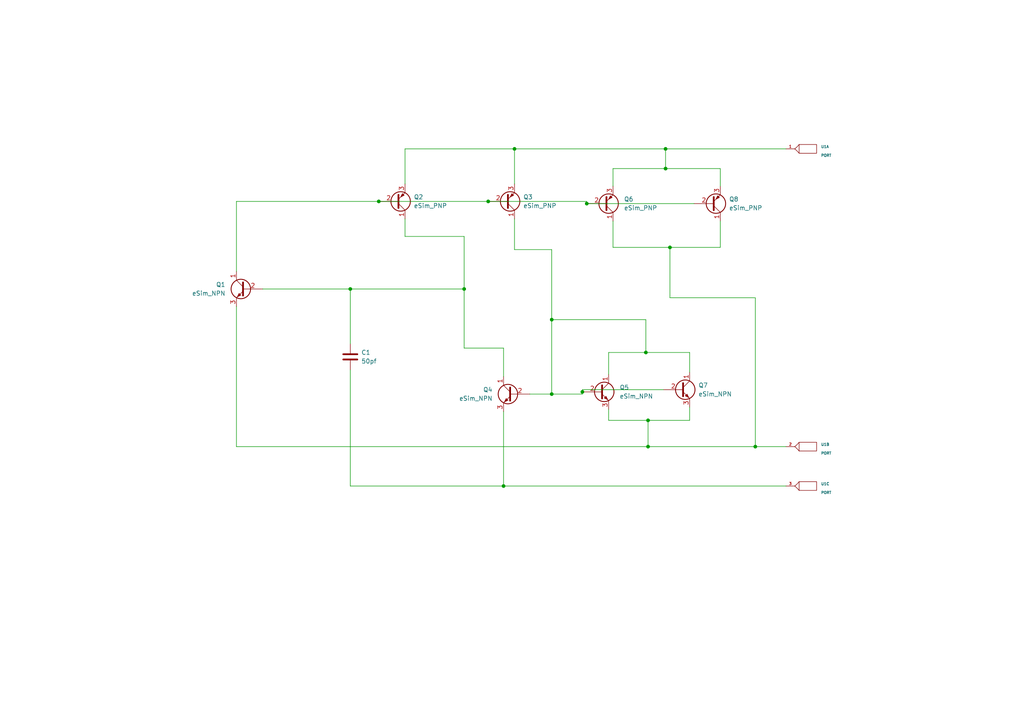
<source format=kicad_sch>
(kicad_sch (version 20211123) (generator eeschema)

  (uuid 8ca6ea3f-b769-4671-9b7e-89153c9a91ce)

  (paper "A4")

  (lib_symbols
    (symbol "eSim_Devices:capacitor" (pin_numbers hide) (pin_names (offset 0.254)) (in_bom yes) (on_board yes)
      (property "Reference" "C" (id 0) (at 0.635 2.54 0)
        (effects (font (size 1.27 1.27)) (justify left))
      )
      (property "Value" "capacitor" (id 1) (at 0.635 -2.54 0)
        (effects (font (size 1.27 1.27)) (justify left))
      )
      (property "Footprint" "" (id 2) (at 0.9652 -3.81 0)
        (effects (font (size 0.762 0.762)))
      )
      (property "Datasheet" "" (id 3) (at 0 0 0)
        (effects (font (size 1.524 1.524)))
      )
      (property "ki_fp_filters" "C_*" (id 4) (at 0 0 0)
        (effects (font (size 1.27 1.27)) hide)
      )
      (symbol "capacitor_0_1"
        (polyline
          (pts
            (xy -2.032 -0.762)
            (xy 2.032 -0.762)
          )
          (stroke (width 0.508) (type default) (color 0 0 0 0))
          (fill (type none))
        )
        (polyline
          (pts
            (xy -2.032 0.762)
            (xy 2.032 0.762)
          )
          (stroke (width 0.508) (type default) (color 0 0 0 0))
          (fill (type none))
        )
      )
      (symbol "capacitor_1_1"
        (pin passive line (at 0 3.81 270) (length 2.794)
          (name "~" (effects (font (size 1.016 1.016))))
          (number "1" (effects (font (size 1.016 1.016))))
        )
        (pin passive line (at 0 -3.81 90) (length 2.794)
          (name "~" (effects (font (size 1.016 1.016))))
          (number "2" (effects (font (size 1.016 1.016))))
        )
      )
    )
    (symbol "eSim_Devices:eSim_NPN" (pin_names (offset 0) hide) (in_bom yes) (on_board yes)
      (property "Reference" "Q" (id 0) (at -2.54 1.27 0)
        (effects (font (size 1.27 1.27)) (justify right))
      )
      (property "Value" "eSim_NPN" (id 1) (at -1.27 3.81 0)
        (effects (font (size 1.27 1.27)) (justify right))
      )
      (property "Footprint" "" (id 2) (at 5.08 2.54 0)
        (effects (font (size 0.7366 0.7366)))
      )
      (property "Datasheet" "" (id 3) (at 0 0 0)
        (effects (font (size 1.524 1.524)))
      )
      (symbol "eSim_NPN_0_1"
        (polyline
          (pts
            (xy 0.635 0.635)
            (xy 2.54 2.54)
          )
          (stroke (width 0) (type default) (color 0 0 0 0))
          (fill (type none))
        )
        (polyline
          (pts
            (xy 0.635 -0.635)
            (xy 2.54 -2.54)
            (xy 2.54 -2.54)
          )
          (stroke (width 0) (type default) (color 0 0 0 0))
          (fill (type none))
        )
        (polyline
          (pts
            (xy 0.635 1.905)
            (xy 0.635 -1.905)
            (xy 0.635 -1.905)
          )
          (stroke (width 0.508) (type default) (color 0 0 0 0))
          (fill (type none))
        )
        (polyline
          (pts
            (xy 1.27 -1.778)
            (xy 1.778 -1.27)
            (xy 2.286 -2.286)
            (xy 1.27 -1.778)
            (xy 1.27 -1.778)
          )
          (stroke (width 0) (type default) (color 0 0 0 0))
          (fill (type outline))
        )
        (circle (center 1.27 0) (radius 2.8194)
          (stroke (width 0.254) (type default) (color 0 0 0 0))
          (fill (type none))
        )
      )
      (symbol "eSim_NPN_1_1"
        (pin passive line (at 2.54 5.08 270) (length 2.54)
          (name "C" (effects (font (size 1.27 1.27))))
          (number "1" (effects (font (size 1.27 1.27))))
        )
        (pin passive line (at -5.08 0 0) (length 5.715)
          (name "B" (effects (font (size 1.27 1.27))))
          (number "2" (effects (font (size 1.27 1.27))))
        )
        (pin passive line (at 2.54 -5.08 90) (length 2.54)
          (name "E" (effects (font (size 1.27 1.27))))
          (number "3" (effects (font (size 1.27 1.27))))
        )
      )
    )
    (symbol "eSim_Devices:eSim_PNP" (pin_names (offset 0) hide) (in_bom yes) (on_board yes)
      (property "Reference" "Q" (id 0) (at -2.54 1.27 0)
        (effects (font (size 1.27 1.27)) (justify right))
      )
      (property "Value" "eSim_PNP" (id 1) (at -1.27 3.81 0)
        (effects (font (size 1.27 1.27)) (justify right))
      )
      (property "Footprint" "" (id 2) (at 5.08 2.54 0)
        (effects (font (size 0.7366 0.7366)))
      )
      (property "Datasheet" "" (id 3) (at 0 0 0)
        (effects (font (size 1.524 1.524)))
      )
      (symbol "eSim_PNP_0_1"
        (polyline
          (pts
            (xy 0.635 0.635)
            (xy 2.54 2.54)
          )
          (stroke (width 0) (type default) (color 0 0 0 0))
          (fill (type none))
        )
        (polyline
          (pts
            (xy 0.635 -0.635)
            (xy 2.54 -2.54)
            (xy 2.54 -2.54)
          )
          (stroke (width 0) (type default) (color 0 0 0 0))
          (fill (type none))
        )
        (polyline
          (pts
            (xy 0.635 1.905)
            (xy 0.635 -1.905)
            (xy 0.635 -1.905)
          )
          (stroke (width 0.508) (type default) (color 0 0 0 0))
          (fill (type none))
        )
        (polyline
          (pts
            (xy 2.286 -1.778)
            (xy 1.778 -2.286)
            (xy 1.27 -1.27)
            (xy 2.286 -1.778)
            (xy 2.286 -1.778)
          )
          (stroke (width 0) (type default) (color 0 0 0 0))
          (fill (type outline))
        )
        (circle (center 1.27 0) (radius 2.8194)
          (stroke (width 0.254) (type default) (color 0 0 0 0))
          (fill (type none))
        )
      )
      (symbol "eSim_PNP_1_1"
        (pin passive line (at 2.54 5.08 270) (length 2.54)
          (name "C" (effects (font (size 1.27 1.27))))
          (number "1" (effects (font (size 1.27 1.27))))
        )
        (pin passive line (at -5.08 0 0) (length 5.715)
          (name "B" (effects (font (size 1.27 1.27))))
          (number "2" (effects (font (size 1.27 1.27))))
        )
        (pin passive line (at 2.54 -5.08 90) (length 2.54)
          (name "E" (effects (font (size 1.27 1.27))))
          (number "3" (effects (font (size 1.27 1.27))))
        )
      )
    )
    (symbol "eSim_Miscellaneous:PORT" (pin_names (offset 1.016)) (in_bom yes) (on_board yes)
      (property "Reference" "U" (id 0) (at 1.27 2.54 0)
        (effects (font (size 0.762 0.762)))
      )
      (property "Value" "PORT" (id 1) (at 0 0 0)
        (effects (font (size 0.762 0.762)))
      )
      (property "Footprint" "" (id 2) (at 0 0 0)
        (effects (font (size 1.524 1.524)))
      )
      (property "Datasheet" "" (id 3) (at 0 0 0)
        (effects (font (size 1.524 1.524)))
      )
      (symbol "PORT_0_1"
        (rectangle (start -2.54 1.27) (end 2.54 -1.27)
          (stroke (width 0) (type default) (color 0 0 0 0))
          (fill (type none))
        )
        (arc (start 2.54 1.27) (mid 3.1355 0.5955) (end 3.81 0)
          (stroke (width 0) (type default) (color 0 0 0 0))
          (fill (type none))
        )
        (arc (start 3.81 0) (mid 3.1447 -0.6046) (end 2.54 -1.27)
          (stroke (width 0) (type default) (color 0 0 0 0))
          (fill (type none))
        )
      )
      (symbol "PORT_1_1"
        (pin bidirectional line (at 6.35 0 180) (length 2.54)
          (name "~" (effects (font (size 0.762 0.762))))
          (number "1" (effects (font (size 0.762 0.762))))
        )
      )
      (symbol "PORT_2_1"
        (pin bidirectional line (at 6.35 0 180) (length 2.54)
          (name "~" (effects (font (size 0.762 0.762))))
          (number "2" (effects (font (size 0.762 0.762))))
        )
      )
      (symbol "PORT_3_1"
        (pin bidirectional line (at 6.35 0 180) (length 2.54)
          (name "~" (effects (font (size 0.762 0.762))))
          (number "3" (effects (font (size 0.762 0.762))))
        )
      )
      (symbol "PORT_4_1"
        (pin bidirectional line (at 6.35 0 180) (length 2.54)
          (name "~" (effects (font (size 0.762 0.762))))
          (number "4" (effects (font (size 0.762 0.762))))
        )
      )
      (symbol "PORT_5_1"
        (pin bidirectional line (at 6.35 0 180) (length 2.54)
          (name "~" (effects (font (size 0.762 0.762))))
          (number "5" (effects (font (size 0.762 0.762))))
        )
      )
      (symbol "PORT_6_1"
        (pin bidirectional line (at 6.35 0 180) (length 2.54)
          (name "~" (effects (font (size 0.762 0.762))))
          (number "6" (effects (font (size 0.762 0.762))))
        )
      )
      (symbol "PORT_7_1"
        (pin bidirectional line (at 6.35 0 180) (length 2.54)
          (name "~" (effects (font (size 0.762 0.762))))
          (number "7" (effects (font (size 0.762 0.762))))
        )
      )
      (symbol "PORT_8_1"
        (pin bidirectional line (at 6.35 0 180) (length 2.54)
          (name "~" (effects (font (size 0.762 0.762))))
          (number "8" (effects (font (size 0.762 0.762))))
        )
      )
      (symbol "PORT_9_1"
        (pin bidirectional line (at 6.35 0 180) (length 2.54)
          (name "~" (effects (font (size 0.762 0.762))))
          (number "9" (effects (font (size 0.762 0.762))))
        )
      )
      (symbol "PORT_10_1"
        (pin bidirectional line (at 6.35 0 180) (length 2.54)
          (name "~" (effects (font (size 0.762 0.762))))
          (number "10" (effects (font (size 0.762 0.762))))
        )
      )
      (symbol "PORT_11_1"
        (pin bidirectional line (at 6.35 0 180) (length 2.54)
          (name "~" (effects (font (size 0.762 0.762))))
          (number "11" (effects (font (size 0.762 0.762))))
        )
      )
      (symbol "PORT_12_1"
        (pin bidirectional line (at 6.35 0 180) (length 2.54)
          (name "~" (effects (font (size 0.762 0.762))))
          (number "12" (effects (font (size 0.762 0.762))))
        )
      )
      (symbol "PORT_13_1"
        (pin bidirectional line (at 6.35 0 180) (length 2.54)
          (name "~" (effects (font (size 0.762 0.762))))
          (number "13" (effects (font (size 0.762 0.762))))
        )
      )
      (symbol "PORT_14_1"
        (pin bidirectional line (at 6.35 0 180) (length 2.54)
          (name "~" (effects (font (size 0.762 0.762))))
          (number "14" (effects (font (size 0.762 0.762))))
        )
      )
      (symbol "PORT_15_1"
        (pin bidirectional line (at 6.35 0 180) (length 2.54)
          (name "~" (effects (font (size 0.762 0.762))))
          (number "15" (effects (font (size 0.762 0.762))))
        )
      )
      (symbol "PORT_16_1"
        (pin bidirectional line (at 6.35 0 180) (length 2.54)
          (name "~" (effects (font (size 0.762 0.762))))
          (number "16" (effects (font (size 0.762 0.762))))
        )
      )
      (symbol "PORT_17_1"
        (pin bidirectional line (at 6.35 0 180) (length 2.54)
          (name "~" (effects (font (size 0.762 0.762))))
          (number "17" (effects (font (size 0.762 0.762))))
        )
      )
      (symbol "PORT_18_1"
        (pin bidirectional line (at 6.35 0 180) (length 2.54)
          (name "~" (effects (font (size 0.762 0.762))))
          (number "18" (effects (font (size 0.762 0.762))))
        )
      )
      (symbol "PORT_19_1"
        (pin bidirectional line (at 6.35 0 180) (length 2.54)
          (name "~" (effects (font (size 0.762 0.762))))
          (number "19" (effects (font (size 0.762 0.762))))
        )
      )
      (symbol "PORT_20_1"
        (pin bidirectional line (at 6.35 0 180) (length 2.54)
          (name "~" (effects (font (size 0.762 0.762))))
          (number "20" (effects (font (size 0.762 0.762))))
        )
      )
      (symbol "PORT_21_1"
        (pin bidirectional line (at 6.35 0 180) (length 2.54)
          (name "~" (effects (font (size 0.762 0.762))))
          (number "21" (effects (font (size 0.762 0.762))))
        )
      )
      (symbol "PORT_22_1"
        (pin bidirectional line (at 6.35 0 180) (length 2.54)
          (name "~" (effects (font (size 0.762 0.762))))
          (number "22" (effects (font (size 0.762 0.762))))
        )
      )
      (symbol "PORT_23_1"
        (pin bidirectional line (at 6.35 0 180) (length 2.54)
          (name "~" (effects (font (size 0.762 0.762))))
          (number "23" (effects (font (size 0.762 0.762))))
        )
      )
      (symbol "PORT_24_1"
        (pin bidirectional line (at 6.35 0 180) (length 2.54)
          (name "~" (effects (font (size 0.762 0.762))))
          (number "24" (effects (font (size 0.762 0.762))))
        )
      )
      (symbol "PORT_25_1"
        (pin bidirectional line (at 6.35 0 180) (length 2.54)
          (name "~" (effects (font (size 0.762 0.762))))
          (number "25" (effects (font (size 0.762 0.762))))
        )
      )
      (symbol "PORT_26_1"
        (pin bidirectional line (at 6.35 0 180) (length 2.54)
          (name "~" (effects (font (size 0.762 0.762))))
          (number "26" (effects (font (size 0.762 0.762))))
        )
      )
    )
  )

  (junction (at 109.855 58.42) (diameter 0) (color 0 0 0 0)
    (uuid 213ea4c9-80e0-406c-831e-e45129487b39)
  )
  (junction (at 187.96 121.92) (diameter 0) (color 0 0 0 0)
    (uuid 322725fb-3999-418f-9738-1999b5194506)
  )
  (junction (at 219.075 129.54) (diameter 0) (color 0 0 0 0)
    (uuid 4159dc78-1dc4-4905-9b48-1105086f9161)
  )
  (junction (at 168.91 113.665) (diameter 0) (color 0 0 0 0)
    (uuid 5d67fd06-760f-4967-887d-704e1150026b)
  )
  (junction (at 134.62 83.82) (diameter 0) (color 0 0 0 0)
    (uuid 5d9a14c1-e27a-4bd1-8f8f-41a8ac61ac25)
  )
  (junction (at 194.31 71.755) (diameter 0) (color 0 0 0 0)
    (uuid 6e5ae562-2547-4ca0-8eb1-e68de305c532)
  )
  (junction (at 101.6 83.82) (diameter 0) (color 0 0 0 0)
    (uuid 6ed20e5f-6c6e-4ad2-8564-6355475b3e8e)
  )
  (junction (at 141.605 58.42) (diameter 0) (color 0 0 0 0)
    (uuid 79004dc8-51dd-4aae-b0d8-3cf1ee16eef3)
  )
  (junction (at 160.02 114.3) (diameter 0) (color 0 0 0 0)
    (uuid 7dfaf274-1ed6-4eec-bf37-35d5a921e8aa)
  )
  (junction (at 193.04 43.18) (diameter 0) (color 0 0 0 0)
    (uuid a3b71131-496c-44c7-b33d-e1b1664e3cbc)
  )
  (junction (at 187.325 102.235) (diameter 0) (color 0 0 0 0)
    (uuid a4ab30e3-0cc8-4113-9adb-c8d060913030)
  )
  (junction (at 146.05 140.97) (diameter 0) (color 0 0 0 0)
    (uuid a8a88ebc-e679-410f-9b66-98638298a8df)
  )
  (junction (at 149.225 43.18) (diameter 0) (color 0 0 0 0)
    (uuid cad93924-b1c6-4469-a728-c8166ca79897)
  )
  (junction (at 160.02 92.71) (diameter 0) (color 0 0 0 0)
    (uuid d2521ad3-71ec-4f09-8b46-f8fe83e742d4)
  )
  (junction (at 193.04 48.895) (diameter 0) (color 0 0 0 0)
    (uuid e68f0b80-674a-49b6-99a1-bf434735700c)
  )
  (junction (at 170.18 59.055) (diameter 0) (color 0 0 0 0)
    (uuid e7046010-e506-4c3e-bbc2-b8a84adf3620)
  )
  (junction (at 187.96 129.54) (diameter 0) (color 0 0 0 0)
    (uuid fab77f05-0999-420e-a8d6-223139473228)
  )

  (wire (pts (xy 76.2 83.82) (xy 101.6 83.82))
    (stroke (width 0) (type default) (color 0 0 0 0))
    (uuid 0eedbcd4-119c-4cd6-98ba-07bff0f30a10)
  )
  (wire (pts (xy 146.05 140.97) (xy 227.965 140.97))
    (stroke (width 0) (type default) (color 0 0 0 0))
    (uuid 0f4d8bf2-8466-414c-81a2-02cbc46f54ce)
  )
  (wire (pts (xy 153.67 114.3) (xy 160.02 114.3))
    (stroke (width 0) (type default) (color 0 0 0 0))
    (uuid 142190d1-3908-40e5-b6b5-a60e216ac399)
  )
  (wire (pts (xy 200.025 102.235) (xy 200.025 107.95))
    (stroke (width 0) (type default) (color 0 0 0 0))
    (uuid 1663f8a7-29f6-4672-a582-491e412bc071)
  )
  (wire (pts (xy 176.53 102.235) (xy 176.53 108.585))
    (stroke (width 0) (type default) (color 0 0 0 0))
    (uuid 1738461f-ee38-4a0b-926f-16ae8f99f3f2)
  )
  (wire (pts (xy 134.62 100.965) (xy 146.05 100.965))
    (stroke (width 0) (type default) (color 0 0 0 0))
    (uuid 1dba8048-20ed-49ca-a97b-936a3caaa5ce)
  )
  (wire (pts (xy 208.915 48.895) (xy 208.915 53.975))
    (stroke (width 0) (type default) (color 0 0 0 0))
    (uuid 2126a2ef-f380-4e22-b9c0-4a019e55f4ad)
  )
  (wire (pts (xy 149.225 63.5) (xy 149.225 72.39))
    (stroke (width 0) (type default) (color 0 0 0 0))
    (uuid 2190cd8b-2100-42ea-90ab-e7c80653fb9d)
  )
  (wire (pts (xy 168.91 113.03) (xy 168.91 113.665))
    (stroke (width 0) (type default) (color 0 0 0 0))
    (uuid 27e23eba-b12b-4672-9b91-f85e1cc4c02a)
  )
  (wire (pts (xy 193.04 43.18) (xy 193.04 48.895))
    (stroke (width 0) (type default) (color 0 0 0 0))
    (uuid 29a9f1ec-e44c-49cc-b20f-5de967fb37c8)
  )
  (wire (pts (xy 193.04 43.18) (xy 227.965 43.18))
    (stroke (width 0) (type default) (color 0 0 0 0))
    (uuid 29ee4a19-609f-458b-bcc9-1b04d6d3df39)
  )
  (wire (pts (xy 134.62 68.58) (xy 134.62 83.82))
    (stroke (width 0) (type default) (color 0 0 0 0))
    (uuid 2c7336cb-a495-4752-9a99-ca500ef1c832)
  )
  (wire (pts (xy 177.8 64.135) (xy 177.8 71.755))
    (stroke (width 0) (type default) (color 0 0 0 0))
    (uuid 2f073711-067d-4808-8251-ea803d96fb4d)
  )
  (wire (pts (xy 200.025 121.92) (xy 200.025 118.11))
    (stroke (width 0) (type default) (color 0 0 0 0))
    (uuid 2f80063c-1bf1-436c-99fd-7b70e1bb394b)
  )
  (wire (pts (xy 219.075 129.54) (xy 227.965 129.54))
    (stroke (width 0) (type default) (color 0 0 0 0))
    (uuid 3a6eaa9e-49d5-4015-8c24-75c8327a3c10)
  )
  (wire (pts (xy 219.075 86.36) (xy 219.075 129.54))
    (stroke (width 0) (type default) (color 0 0 0 0))
    (uuid 3d4b66fe-7c95-42a8-93d5-7ad44964b32b)
  )
  (wire (pts (xy 194.31 71.755) (xy 194.31 86.36))
    (stroke (width 0) (type default) (color 0 0 0 0))
    (uuid 3d96a893-1c02-476f-9e08-5678463fa35a)
  )
  (wire (pts (xy 170.18 58.42) (xy 170.18 59.055))
    (stroke (width 0) (type default) (color 0 0 0 0))
    (uuid 3f5e4716-6ed8-41c9-b1bf-1f04ff3e1ed9)
  )
  (wire (pts (xy 149.225 43.18) (xy 193.04 43.18))
    (stroke (width 0) (type default) (color 0 0 0 0))
    (uuid 4e85aa90-c93c-4a8c-8f11-7e22a432c10a)
  )
  (wire (pts (xy 160.02 72.39) (xy 160.02 92.71))
    (stroke (width 0) (type default) (color 0 0 0 0))
    (uuid 5663e510-d825-48e4-8f8b-20829a3f18bd)
  )
  (wire (pts (xy 68.58 88.9) (xy 68.58 129.54))
    (stroke (width 0) (type default) (color 0 0 0 0))
    (uuid 5e1f102f-5773-473a-97cc-d56fa8c06918)
  )
  (wire (pts (xy 177.8 53.975) (xy 177.8 48.895))
    (stroke (width 0) (type default) (color 0 0 0 0))
    (uuid 62d3313e-1398-44a3-9c3b-dd872bc5db47)
  )
  (wire (pts (xy 117.475 68.58) (xy 134.62 68.58))
    (stroke (width 0) (type default) (color 0 0 0 0))
    (uuid 6be87134-8dcd-4d61-a0fc-51c905a06450)
  )
  (wire (pts (xy 109.855 58.42) (xy 141.605 58.42))
    (stroke (width 0) (type default) (color 0 0 0 0))
    (uuid 7ae70fc4-41ed-4f2b-8583-919121e543f3)
  )
  (wire (pts (xy 117.475 43.18) (xy 149.225 43.18))
    (stroke (width 0) (type default) (color 0 0 0 0))
    (uuid 7c282383-bc8f-4170-9c1b-8f82193cf9fb)
  )
  (wire (pts (xy 187.325 102.235) (xy 200.025 102.235))
    (stroke (width 0) (type default) (color 0 0 0 0))
    (uuid 7e7925cd-81c2-4df3-8872-8560d4621ca8)
  )
  (wire (pts (xy 101.6 83.82) (xy 101.6 99.695))
    (stroke (width 0) (type default) (color 0 0 0 0))
    (uuid 8034fccd-cc8a-4bb3-95c7-50ac5f1282cc)
  )
  (wire (pts (xy 187.96 121.92) (xy 200.025 121.92))
    (stroke (width 0) (type default) (color 0 0 0 0))
    (uuid 8203c8e3-bae5-43c7-9a59-160e22c7d676)
  )
  (wire (pts (xy 68.58 58.42) (xy 109.855 58.42))
    (stroke (width 0) (type default) (color 0 0 0 0))
    (uuid 831ce55b-bffe-49fd-bb04-827a928c7196)
  )
  (wire (pts (xy 101.6 140.97) (xy 146.05 140.97))
    (stroke (width 0) (type default) (color 0 0 0 0))
    (uuid 85eda538-0f33-407c-97cf-f148784ad17f)
  )
  (wire (pts (xy 160.02 114.3) (xy 168.91 114.3))
    (stroke (width 0) (type default) (color 0 0 0 0))
    (uuid 8a09b87d-0a63-4d6e-a3f9-bbfcc0ac4812)
  )
  (wire (pts (xy 177.8 71.755) (xy 194.31 71.755))
    (stroke (width 0) (type default) (color 0 0 0 0))
    (uuid 94019b0c-5b1d-4b34-b4b2-277a5342fbc0)
  )
  (wire (pts (xy 194.31 86.36) (xy 219.075 86.36))
    (stroke (width 0) (type default) (color 0 0 0 0))
    (uuid 94c27cfe-04d7-4d69-bb3e-3fdcffd92df1)
  )
  (wire (pts (xy 68.58 58.42) (xy 68.58 78.74))
    (stroke (width 0) (type default) (color 0 0 0 0))
    (uuid 9e54be14-755f-46b9-a03a-bc39744dca26)
  )
  (wire (pts (xy 187.325 102.235) (xy 187.325 92.71))
    (stroke (width 0) (type default) (color 0 0 0 0))
    (uuid a3ce9e40-2c83-4da1-9d87-69008dab7bdb)
  )
  (wire (pts (xy 187.96 129.54) (xy 219.075 129.54))
    (stroke (width 0) (type default) (color 0 0 0 0))
    (uuid a5717cdb-bb41-4447-9382-cf47789e09f5)
  )
  (wire (pts (xy 160.02 92.71) (xy 160.02 114.3))
    (stroke (width 0) (type default) (color 0 0 0 0))
    (uuid bb34dda8-142f-458f-bc36-94f9af3965ad)
  )
  (wire (pts (xy 170.18 59.055) (xy 201.295 59.055))
    (stroke (width 0) (type default) (color 0 0 0 0))
    (uuid bc8d303a-fbc4-46ee-9b75-f0beadd1a7e6)
  )
  (wire (pts (xy 117.475 63.5) (xy 117.475 68.58))
    (stroke (width 0) (type default) (color 0 0 0 0))
    (uuid c0787163-9ba7-4e20-82c6-bd82ae94b676)
  )
  (wire (pts (xy 168.91 114.3) (xy 168.91 113.665))
    (stroke (width 0) (type default) (color 0 0 0 0))
    (uuid c433953f-994f-42dc-95b6-74bcad697d6d)
  )
  (wire (pts (xy 141.605 58.42) (xy 170.18 58.42))
    (stroke (width 0) (type default) (color 0 0 0 0))
    (uuid c5729086-5ec0-474c-bef2-39899e946223)
  )
  (wire (pts (xy 68.58 129.54) (xy 187.96 129.54))
    (stroke (width 0) (type default) (color 0 0 0 0))
    (uuid ccac34fd-15b1-4b86-a22c-2e8282ca63e4)
  )
  (wire (pts (xy 149.225 72.39) (xy 160.02 72.39))
    (stroke (width 0) (type default) (color 0 0 0 0))
    (uuid d5a123ca-f7c7-43d9-986b-28deba89b3d8)
  )
  (wire (pts (xy 192.405 113.03) (xy 168.91 113.03))
    (stroke (width 0) (type default) (color 0 0 0 0))
    (uuid d8ceb5f6-4d25-463d-a282-909fd14f53e2)
  )
  (wire (pts (xy 146.05 119.38) (xy 146.05 140.97))
    (stroke (width 0) (type default) (color 0 0 0 0))
    (uuid da185f70-019a-436c-94c1-185bc2c7b4b8)
  )
  (wire (pts (xy 176.53 121.92) (xy 187.96 121.92))
    (stroke (width 0) (type default) (color 0 0 0 0))
    (uuid daf7a6ff-f6f3-4b39-bc80-3d63b47b31b2)
  )
  (wire (pts (xy 146.05 100.965) (xy 146.05 109.22))
    (stroke (width 0) (type default) (color 0 0 0 0))
    (uuid dc5ad53b-d797-4c90-bd31-b02c3ceade42)
  )
  (wire (pts (xy 134.62 83.82) (xy 134.62 100.965))
    (stroke (width 0) (type default) (color 0 0 0 0))
    (uuid e367694e-22da-4463-a036-d26acb1e6e63)
  )
  (wire (pts (xy 176.53 118.745) (xy 176.53 121.92))
    (stroke (width 0) (type default) (color 0 0 0 0))
    (uuid e4d87fc8-6999-489c-a9e1-e0cf03d40764)
  )
  (wire (pts (xy 176.53 102.235) (xy 187.325 102.235))
    (stroke (width 0) (type default) (color 0 0 0 0))
    (uuid e849cd81-2473-4e87-925a-3d21f78cc79b)
  )
  (wire (pts (xy 177.8 48.895) (xy 193.04 48.895))
    (stroke (width 0) (type default) (color 0 0 0 0))
    (uuid e86a1b5f-a3ab-4057-a6f3-6c768902070b)
  )
  (wire (pts (xy 187.96 121.92) (xy 187.96 129.54))
    (stroke (width 0) (type default) (color 0 0 0 0))
    (uuid eaa86705-711b-40bd-8469-f832fdef8666)
  )
  (wire (pts (xy 193.04 48.895) (xy 208.915 48.895))
    (stroke (width 0) (type default) (color 0 0 0 0))
    (uuid ead2831b-f661-488c-bdf7-903ba00bc55b)
  )
  (wire (pts (xy 149.225 43.18) (xy 149.225 53.34))
    (stroke (width 0) (type default) (color 0 0 0 0))
    (uuid f16e191d-903b-40cf-80f0-a3f09072c118)
  )
  (wire (pts (xy 187.325 92.71) (xy 160.02 92.71))
    (stroke (width 0) (type default) (color 0 0 0 0))
    (uuid f660c547-10d3-42f6-9176-7eab74dd7568)
  )
  (wire (pts (xy 101.6 107.315) (xy 101.6 140.97))
    (stroke (width 0) (type default) (color 0 0 0 0))
    (uuid f724f5b2-5ea7-4df5-a118-967da49e1bda)
  )
  (wire (pts (xy 101.6 83.82) (xy 134.62 83.82))
    (stroke (width 0) (type default) (color 0 0 0 0))
    (uuid f7cfac5a-a3da-4f74-ad84-0e5e391ec9e8)
  )
  (wire (pts (xy 208.915 71.755) (xy 208.915 64.135))
    (stroke (width 0) (type default) (color 0 0 0 0))
    (uuid fa0e9af3-ba67-455e-acb1-89d54279f90d)
  )
  (wire (pts (xy 194.31 71.755) (xy 208.915 71.755))
    (stroke (width 0) (type default) (color 0 0 0 0))
    (uuid fe4c676c-e165-494d-a5f6-45537deb2698)
  )
  (wire (pts (xy 117.475 43.18) (xy 117.475 53.34))
    (stroke (width 0) (type default) (color 0 0 0 0))
    (uuid fff8bfd3-152c-43b6-be09-90575d4ede8b)
  )

  (symbol (lib_id "eSim_Devices:eSim_PNP") (at 175.26 59.055 0) (mirror x) (unit 1)
    (in_bom yes) (on_board yes) (fields_autoplaced)
    (uuid 06989c73-107c-48fd-a626-d1446eab333b)
    (property "Reference" "Q6" (id 0) (at 180.975 57.7849 0)
      (effects (font (size 1.27 1.27)) (justify left))
    )
    (property "Value" "eSim_PNP" (id 1) (at 180.975 60.3249 0)
      (effects (font (size 1.27 1.27)) (justify left))
    )
    (property "Footprint" "" (id 2) (at 180.34 61.595 0)
      (effects (font (size 0.7366 0.7366)))
    )
    (property "Datasheet" "" (id 3) (at 175.26 59.055 0)
      (effects (font (size 1.524 1.524)))
    )
    (pin "1" (uuid dc138466-7211-451d-bf56-6f74b22eefee))
    (pin "2" (uuid fef351c4-00bc-4016-a3ac-265e0ca8d3e3))
    (pin "3" (uuid 9ade1eac-f1cd-4124-bde1-4d680adc93d7))
  )

  (symbol (lib_id "eSim_Devices:eSim_PNP") (at 206.375 59.055 0) (mirror x) (unit 1)
    (in_bom yes) (on_board yes) (fields_autoplaced)
    (uuid 0c4a4bdb-6083-488a-8f46-5858f98c7594)
    (property "Reference" "Q8" (id 0) (at 211.455 57.7849 0)
      (effects (font (size 1.27 1.27)) (justify left))
    )
    (property "Value" "eSim_PNP" (id 1) (at 211.455 60.3249 0)
      (effects (font (size 1.27 1.27)) (justify left))
    )
    (property "Footprint" "" (id 2) (at 211.455 61.595 0)
      (effects (font (size 0.7366 0.7366)))
    )
    (property "Datasheet" "" (id 3) (at 206.375 59.055 0)
      (effects (font (size 1.524 1.524)))
    )
    (pin "1" (uuid 33585498-0842-42a4-893e-1c61a60301e7))
    (pin "2" (uuid f4ece116-ec64-4cd8-a307-ab6253c2cd1b))
    (pin "3" (uuid 6b0ba059-bec4-4db6-952f-4786f7142adf))
  )

  (symbol (lib_id "eSim_Devices:eSim_NPN") (at 173.99 113.665 0) (unit 1)
    (in_bom yes) (on_board yes) (fields_autoplaced)
    (uuid 31eb3bca-cc13-4df0-a422-f5971d13b092)
    (property "Reference" "Q5" (id 0) (at 179.705 112.3949 0)
      (effects (font (size 1.27 1.27)) (justify left))
    )
    (property "Value" "eSim_NPN" (id 1) (at 179.705 114.9349 0)
      (effects (font (size 1.27 1.27)) (justify left))
    )
    (property "Footprint" "" (id 2) (at 179.07 111.125 0)
      (effects (font (size 0.7366 0.7366)))
    )
    (property "Datasheet" "" (id 3) (at 173.99 113.665 0)
      (effects (font (size 1.524 1.524)))
    )
    (pin "1" (uuid 47ee7b25-7bc6-4a00-8d69-5c98db1afc64))
    (pin "2" (uuid 31f5744a-e359-4eb5-b0fe-b26a6dd7562a))
    (pin "3" (uuid e67d547f-3047-4ddd-9af7-bb6cad1313dc))
  )

  (symbol (lib_id "eSim_Devices:eSim_PNP") (at 114.935 58.42 0) (mirror x) (unit 1)
    (in_bom yes) (on_board yes) (fields_autoplaced)
    (uuid 35e7e076-9cc9-4cb4-9289-a48f47cd85b7)
    (property "Reference" "Q2" (id 0) (at 120.015 57.1499 0)
      (effects (font (size 1.27 1.27)) (justify left))
    )
    (property "Value" "eSim_PNP" (id 1) (at 120.015 59.6899 0)
      (effects (font (size 1.27 1.27)) (justify left))
    )
    (property "Footprint" "" (id 2) (at 120.015 60.96 0)
      (effects (font (size 0.7366 0.7366)))
    )
    (property "Datasheet" "" (id 3) (at 114.935 58.42 0)
      (effects (font (size 1.524 1.524)))
    )
    (pin "1" (uuid 4a317b76-465a-46cf-99bc-8a8dc8ffdb50))
    (pin "2" (uuid 36522960-f477-406d-bc4c-9aa0b88ded04))
    (pin "3" (uuid 72e1e6d3-c026-4e35-a7c4-e380ce01d86d))
  )

  (symbol (lib_id "eSim_Devices:eSim_NPN") (at 148.59 114.3 0) (mirror y) (unit 1)
    (in_bom yes) (on_board yes) (fields_autoplaced)
    (uuid 4a1a3218-4202-4c3c-b9b8-3231620df368)
    (property "Reference" "Q4" (id 0) (at 142.875 113.0299 0)
      (effects (font (size 1.27 1.27)) (justify left))
    )
    (property "Value" "eSim_NPN" (id 1) (at 142.875 115.5699 0)
      (effects (font (size 1.27 1.27)) (justify left))
    )
    (property "Footprint" "" (id 2) (at 143.51 111.76 0)
      (effects (font (size 0.7366 0.7366)))
    )
    (property "Datasheet" "" (id 3) (at 148.59 114.3 0)
      (effects (font (size 1.524 1.524)))
    )
    (pin "1" (uuid 2f1dbc4a-32f1-4239-b0f5-1ffa8c09fae3))
    (pin "2" (uuid c824c137-2c6c-4f4e-9e67-bd633028aeb6))
    (pin "3" (uuid 6a625f71-ed81-4276-9d9f-6524210b8157))
  )

  (symbol (lib_id "eSim_Devices:capacitor") (at 101.6 103.505 0) (unit 1)
    (in_bom yes) (on_board yes) (fields_autoplaced)
    (uuid 5323e0de-f8ce-4a2e-8b67-ecc55da59636)
    (property "Reference" "C1" (id 0) (at 104.775 102.2349 0)
      (effects (font (size 1.27 1.27)) (justify left))
    )
    (property "Value" "50pf" (id 1) (at 104.775 104.7749 0)
      (effects (font (size 1.27 1.27)) (justify left))
    )
    (property "Footprint" "" (id 2) (at 102.5652 107.315 0)
      (effects (font (size 0.762 0.762)))
    )
    (property "Datasheet" "" (id 3) (at 101.6 103.505 0)
      (effects (font (size 1.524 1.524)))
    )
    (pin "1" (uuid 62f30e9d-d0c9-4d7a-b176-5708d513ff8f))
    (pin "2" (uuid 77359d93-6893-4359-b143-4189b73e22bb))
  )

  (symbol (lib_id "eSim_Miscellaneous:PORT") (at 234.315 140.97 0) (mirror y) (unit 3)
    (in_bom yes) (on_board yes) (fields_autoplaced)
    (uuid 64cf880b-bf0e-43aa-94e8-a95c2f5ba681)
    (property "Reference" "U1" (id 0) (at 238.125 140.335 0)
      (effects (font (size 0.762 0.762)) (justify right))
    )
    (property "Value" "PORT" (id 1) (at 238.125 142.875 0)
      (effects (font (size 0.762 0.762)) (justify right))
    )
    (property "Footprint" "" (id 2) (at 234.315 140.97 0)
      (effects (font (size 1.524 1.524)))
    )
    (property "Datasheet" "" (id 3) (at 234.315 140.97 0)
      (effects (font (size 1.524 1.524)))
    )
    (pin "1" (uuid c0d05686-5350-4d75-a2af-c8ff415ef7b7))
    (pin "2" (uuid 9cfb9494-bc45-4d53-8fdd-fa657b04e7ef))
    (pin "3" (uuid 27edca52-097e-49f7-b464-5f75c6710a59))
    (pin "4" (uuid 8c0b35a1-b293-4568-8769-066ee92dbe1f))
    (pin "5" (uuid 0b342e69-ff67-46b4-b32c-89ad4cc94485))
    (pin "6" (uuid 1a1f4e4a-439b-4056-b664-3ae5b26da95e))
    (pin "7" (uuid fbd5295f-6ee3-4474-bffd-1e41448d0b6a))
    (pin "8" (uuid c6191cba-27ad-4cab-bad5-7023f7c30ccd))
    (pin "9" (uuid 52e0ac43-2cef-4060-a45f-e08811b7d555))
    (pin "10" (uuid 8d0c5968-ad5a-4dc5-82f8-f5fcd56d70fa))
    (pin "11" (uuid 286fa283-4a0f-4d83-998f-afd0c3b93939))
    (pin "12" (uuid f2c6ccda-52bc-423a-a789-d2c7d4707748))
    (pin "13" (uuid f26e371d-699d-4e55-b3fb-0b1824a467b5))
    (pin "14" (uuid 4adaf4df-a7bd-46dc-b4f3-50cac4d173cf))
    (pin "15" (uuid 18f5f4d4-3b4a-4b41-b20e-87443e5aec51))
    (pin "16" (uuid 552c087d-c567-4b6d-97bc-00eeb8826f93))
    (pin "17" (uuid f9c894f0-1a3e-4e3f-9ded-7362382a85ab))
    (pin "18" (uuid 321d58ee-ef02-47e6-9ea6-a19a3ff65fa2))
    (pin "19" (uuid 9eedc153-53e5-4e07-86f4-7eb40e1e109d))
    (pin "20" (uuid ffdbb105-5065-4873-8172-ac94e78685e5))
    (pin "21" (uuid 48be374c-8d86-4139-9307-4efcd54ff28a))
    (pin "22" (uuid cc185518-4d41-425b-b026-a593430f7b0a))
    (pin "23" (uuid aed5cda0-76a9-43c3-8360-4da323b5fdcd))
    (pin "24" (uuid 36a36444-55f1-4b05-925f-d131d98d0031))
    (pin "25" (uuid b66f18b3-ed29-4227-857e-9b203fd24078))
    (pin "26" (uuid 6147a5d7-e28f-433d-830d-82434c10bc3c))
  )

  (symbol (lib_id "eSim_Devices:eSim_NPN") (at 71.12 83.82 0) (mirror y) (unit 1)
    (in_bom yes) (on_board yes) (fields_autoplaced)
    (uuid 686988dd-c46f-4242-9868-baeeef6f1995)
    (property "Reference" "Q1" (id 0) (at 65.405 82.5499 0)
      (effects (font (size 1.27 1.27)) (justify left))
    )
    (property "Value" "eSim_NPN" (id 1) (at 65.405 85.0899 0)
      (effects (font (size 1.27 1.27)) (justify left))
    )
    (property "Footprint" "" (id 2) (at 66.04 81.28 0)
      (effects (font (size 0.7366 0.7366)))
    )
    (property "Datasheet" "" (id 3) (at 71.12 83.82 0)
      (effects (font (size 1.524 1.524)))
    )
    (pin "1" (uuid 1eb49ca6-4dec-4c40-b744-e250eb7b028d))
    (pin "2" (uuid 40928d87-5108-4a6a-ba43-2ed78357a05c))
    (pin "3" (uuid 3062e15f-35ea-4264-821e-2e411058d47b))
  )

  (symbol (lib_id "eSim_Devices:eSim_PNP") (at 146.685 58.42 0) (mirror x) (unit 1)
    (in_bom yes) (on_board yes) (fields_autoplaced)
    (uuid 698fd37d-d807-41aa-9cf9-859429abd18d)
    (property "Reference" "Q3" (id 0) (at 151.765 57.1499 0)
      (effects (font (size 1.27 1.27)) (justify left))
    )
    (property "Value" "eSim_PNP" (id 1) (at 151.765 59.6899 0)
      (effects (font (size 1.27 1.27)) (justify left))
    )
    (property "Footprint" "" (id 2) (at 151.765 60.96 0)
      (effects (font (size 0.7366 0.7366)))
    )
    (property "Datasheet" "" (id 3) (at 146.685 58.42 0)
      (effects (font (size 1.524 1.524)))
    )
    (pin "1" (uuid dada947c-d033-4962-92a6-6f7ef5f25d91))
    (pin "2" (uuid f7234cc3-9149-4ebf-94f5-5c2cfdb820a8))
    (pin "3" (uuid 5d144c11-aea3-416c-aee8-1c5e9ff6b567))
  )

  (symbol (lib_id "eSim_Miscellaneous:PORT") (at 234.315 129.54 0) (mirror y) (unit 2)
    (in_bom yes) (on_board yes) (fields_autoplaced)
    (uuid 7af3613d-385c-4e11-a328-9e3c46ab8c21)
    (property "Reference" "U1" (id 0) (at 238.125 128.905 0)
      (effects (font (size 0.762 0.762)) (justify right))
    )
    (property "Value" "PORT" (id 1) (at 238.125 131.445 0)
      (effects (font (size 0.762 0.762)) (justify right))
    )
    (property "Footprint" "" (id 2) (at 234.315 129.54 0)
      (effects (font (size 1.524 1.524)))
    )
    (property "Datasheet" "" (id 3) (at 234.315 129.54 0)
      (effects (font (size 1.524 1.524)))
    )
    (pin "1" (uuid af49739d-0c79-4a62-acf9-b07e6e8a9ede))
    (pin "2" (uuid c819b4d4-28a8-4e94-b724-99ab81d9d34e))
    (pin "3" (uuid 8f49c1ff-4c13-4e49-b626-3e9bd567d6cb))
    (pin "4" (uuid 79ece7f6-1a19-47b3-a9c8-30f9bfb72ce5))
    (pin "5" (uuid 9a4c88b6-ca51-4fc4-818b-26d6ea47fd7e))
    (pin "6" (uuid d0d2c8d8-7e33-4270-a0ce-f3c0f26db7ec))
    (pin "7" (uuid 4402b529-5e7a-4984-8342-7a6c8d7f9ed4))
    (pin "8" (uuid b6515ed0-9910-4a4b-b6f4-c8a225cc6005))
    (pin "9" (uuid 688de691-a265-4658-8dd7-f7df35507afa))
    (pin "10" (uuid d07dbb80-2291-4f12-969e-af96d8a2166f))
    (pin "11" (uuid 97800d99-6633-43dc-bcab-61b884337bb1))
    (pin "12" (uuid c5e1a00d-46b7-41ab-8bd9-12865632d4eb))
    (pin "13" (uuid 5f11bbac-d739-493b-ad0f-b4384e86d0f0))
    (pin "14" (uuid 66dd029a-5240-45c0-8d4c-cd0ec163f987))
    (pin "15" (uuid 62e44c34-fdaf-45aa-bf51-3b13157e2757))
    (pin "16" (uuid 7b10d477-9fdc-47d6-b962-1d6f435b6d11))
    (pin "17" (uuid 1fb36cec-2f1e-4838-a5b5-6b49a9ec7e3d))
    (pin "18" (uuid 534285ee-c241-4afb-8a46-b95cb332ffbb))
    (pin "19" (uuid b8458b75-b8e3-454a-be55-2b97b93a6f6a))
    (pin "20" (uuid cd92ea0d-c454-40f9-8030-7616ea5d8c7e))
    (pin "21" (uuid deac6d8b-973b-448e-b547-2a92d3a91eca))
    (pin "22" (uuid 5a1fa599-cb86-4959-8b89-ac7c6e029de0))
    (pin "23" (uuid 6332196d-36c9-46e1-a807-3c7e1f778ecb))
    (pin "24" (uuid 108166c0-4f5c-46a1-8864-d2492e256cb6))
    (pin "25" (uuid 2ecdf8f2-bb70-4a9b-8c19-e61aca6c1adb))
    (pin "26" (uuid f2290dc9-5f0b-42de-8bcb-f45b0cd1f280))
  )

  (symbol (lib_id "eSim_Miscellaneous:PORT") (at 234.315 43.18 0) (mirror y) (unit 1)
    (in_bom yes) (on_board yes) (fields_autoplaced)
    (uuid af6fcf8d-e33f-4b2f-9e79-6ebda894d7f6)
    (property "Reference" "U1" (id 0) (at 238.125 42.545 0)
      (effects (font (size 0.762 0.762)) (justify right))
    )
    (property "Value" "PORT" (id 1) (at 238.125 45.085 0)
      (effects (font (size 0.762 0.762)) (justify right))
    )
    (property "Footprint" "" (id 2) (at 234.315 43.18 0)
      (effects (font (size 1.524 1.524)))
    )
    (property "Datasheet" "" (id 3) (at 234.315 43.18 0)
      (effects (font (size 1.524 1.524)))
    )
    (pin "1" (uuid b890fb2e-d458-4294-9362-2c052206ea11))
    (pin "2" (uuid a677e8c7-b75d-486b-8d1a-a395d4718380))
    (pin "3" (uuid 2e3f2df2-d434-4d39-9ab8-d8b4f8291a0c))
    (pin "4" (uuid 693b3599-6c91-451c-bf40-415f5079bfb8))
    (pin "5" (uuid 856ea8ac-4d00-4ece-bb1b-234bab7785c1))
    (pin "6" (uuid 16e268f0-f172-46c1-b5b6-830ab6e69adf))
    (pin "7" (uuid ac41b800-96ae-4633-9599-cd7e8b312226))
    (pin "8" (uuid 563c97f0-aa82-4dbc-90be-86282c27d7a4))
    (pin "9" (uuid e29ae9ca-b103-4449-9789-22b38aa6a3b8))
    (pin "10" (uuid 5a31435e-7e2b-4ac0-b089-f75b13589a51))
    (pin "11" (uuid da50b9ec-974f-400b-9776-c9cf14c2c591))
    (pin "12" (uuid 62458f70-a87a-4730-a3f6-eb710cd19510))
    (pin "13" (uuid eccd47de-56f8-4140-b52c-50f03f0534d0))
    (pin "14" (uuid a8a776ac-b57e-4eaf-b945-fc0d8ff18d7e))
    (pin "15" (uuid 0f4b1f44-53f0-4b06-9097-c31777782fd1))
    (pin "16" (uuid e6b6591b-6e9c-4f4f-902e-325954240eb6))
    (pin "17" (uuid e8476d7c-dde3-47d6-a732-0d220cd42e57))
    (pin "18" (uuid dbffc909-a02d-415c-8244-415271e9d555))
    (pin "19" (uuid ba9d273c-2b49-4ab6-a725-a1ebcdc94d87))
    (pin "20" (uuid 048dcfa7-781e-4578-8fa1-0a2f503134da))
    (pin "21" (uuid c0f83308-2f8d-4222-ad91-fff459fde8a1))
    (pin "22" (uuid e46b716a-ee41-46e6-a2ba-701cf22f1d4c))
    (pin "23" (uuid 3bed1f4b-ce32-4d2c-b075-add6e4e6f58c))
    (pin "24" (uuid f468a660-03b6-415c-9c69-5facbf10db06))
    (pin "25" (uuid 4c873679-acaf-471f-87fb-df0b7f047d0b))
    (pin "26" (uuid 6c6344c4-82d2-4bdd-b9e6-d4af90ebbf6d))
  )

  (symbol (lib_id "eSim_Devices:eSim_NPN") (at 197.485 113.03 0) (unit 1)
    (in_bom yes) (on_board yes) (fields_autoplaced)
    (uuid b6032fc8-5871-4cfb-89e3-870d59175a94)
    (property "Reference" "Q7" (id 0) (at 202.565 111.7599 0)
      (effects (font (size 1.27 1.27)) (justify left))
    )
    (property "Value" "eSim_NPN" (id 1) (at 202.565 114.2999 0)
      (effects (font (size 1.27 1.27)) (justify left))
    )
    (property "Footprint" "" (id 2) (at 202.565 110.49 0)
      (effects (font (size 0.7366 0.7366)))
    )
    (property "Datasheet" "" (id 3) (at 197.485 113.03 0)
      (effects (font (size 1.524 1.524)))
    )
    (pin "1" (uuid d76d7ead-809d-4a72-9c6f-d5ea32a6b7cf))
    (pin "2" (uuid 25c45e73-3d72-4ad2-b808-8f2196a71dc8))
    (pin "3" (uuid 77aa6b4c-5655-4e63-8b48-c84d51a629f8))
  )

  (sheet_instances
    (path "/" (page "1"))
  )

  (symbol_instances
    (path "/5323e0de-f8ce-4a2e-8b67-ecc55da59636"
      (reference "C1") (unit 1) (value "50pf") (footprint "")
    )
    (path "/686988dd-c46f-4242-9868-baeeef6f1995"
      (reference "Q1") (unit 1) (value "eSim_NPN") (footprint "")
    )
    (path "/35e7e076-9cc9-4cb4-9289-a48f47cd85b7"
      (reference "Q2") (unit 1) (value "eSim_PNP") (footprint "")
    )
    (path "/698fd37d-d807-41aa-9cf9-859429abd18d"
      (reference "Q3") (unit 1) (value "eSim_PNP") (footprint "")
    )
    (path "/4a1a3218-4202-4c3c-b9b8-3231620df368"
      (reference "Q4") (unit 1) (value "eSim_NPN") (footprint "")
    )
    (path "/31eb3bca-cc13-4df0-a422-f5971d13b092"
      (reference "Q5") (unit 1) (value "eSim_NPN") (footprint "")
    )
    (path "/06989c73-107c-48fd-a626-d1446eab333b"
      (reference "Q6") (unit 1) (value "eSim_PNP") (footprint "")
    )
    (path "/b6032fc8-5871-4cfb-89e3-870d59175a94"
      (reference "Q7") (unit 1) (value "eSim_NPN") (footprint "")
    )
    (path "/0c4a4bdb-6083-488a-8f46-5858f98c7594"
      (reference "Q8") (unit 1) (value "eSim_PNP") (footprint "")
    )
    (path "/af6fcf8d-e33f-4b2f-9e79-6ebda894d7f6"
      (reference "U1") (unit 1) (value "PORT") (footprint "")
    )
    (path "/7af3613d-385c-4e11-a328-9e3c46ab8c21"
      (reference "U1") (unit 2) (value "PORT") (footprint "")
    )
    (path "/64cf880b-bf0e-43aa-94e8-a95c2f5ba681"
      (reference "U1") (unit 3) (value "PORT") (footprint "")
    )
  )
)

</source>
